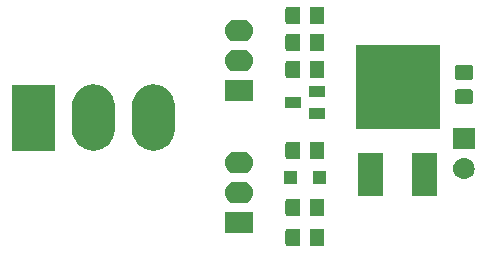
<source format=gbr>
G04 #@! TF.GenerationSoftware,KiCad,Pcbnew,(5.1.2)-2*
G04 #@! TF.CreationDate,2019-11-06T08:40:08+07:00*
G04 #@! TF.ProjectId,ph_vresistor_pos_sensor_board_hw,70685f76-7265-4736-9973-746f725f706f,rev?*
G04 #@! TF.SameCoordinates,Original*
G04 #@! TF.FileFunction,Soldermask,Top*
G04 #@! TF.FilePolarity,Negative*
%FSLAX46Y46*%
G04 Gerber Fmt 4.6, Leading zero omitted, Abs format (unit mm)*
G04 Created by KiCad (PCBNEW (5.1.2)-2) date 2019-11-06 08:40:08*
%MOMM*%
%LPD*%
G04 APERTURE LIST*
%ADD10C,0.100000*%
G04 APERTURE END LIST*
D10*
G36*
X111470674Y-92217465D02*
G01*
X111508367Y-92228899D01*
X111543103Y-92247466D01*
X111573548Y-92272452D01*
X111598534Y-92302897D01*
X111617101Y-92337633D01*
X111628535Y-92375326D01*
X111633000Y-92420661D01*
X111633000Y-93507339D01*
X111628535Y-93552674D01*
X111617101Y-93590367D01*
X111598534Y-93625103D01*
X111573548Y-93655548D01*
X111543103Y-93680534D01*
X111508367Y-93699101D01*
X111470674Y-93710535D01*
X111425339Y-93715000D01*
X110588661Y-93715000D01*
X110543326Y-93710535D01*
X110505633Y-93699101D01*
X110470897Y-93680534D01*
X110440452Y-93655548D01*
X110415466Y-93625103D01*
X110396899Y-93590367D01*
X110385465Y-93552674D01*
X110381000Y-93507339D01*
X110381000Y-92420661D01*
X110385465Y-92375326D01*
X110396899Y-92337633D01*
X110415466Y-92302897D01*
X110440452Y-92272452D01*
X110470897Y-92247466D01*
X110505633Y-92228899D01*
X110543326Y-92217465D01*
X110588661Y-92213000D01*
X111425339Y-92213000D01*
X111470674Y-92217465D01*
X111470674Y-92217465D01*
G37*
G36*
X109420674Y-92217465D02*
G01*
X109458367Y-92228899D01*
X109493103Y-92247466D01*
X109523548Y-92272452D01*
X109548534Y-92302897D01*
X109567101Y-92337633D01*
X109578535Y-92375326D01*
X109583000Y-92420661D01*
X109583000Y-93507339D01*
X109578535Y-93552674D01*
X109567101Y-93590367D01*
X109548534Y-93625103D01*
X109523548Y-93655548D01*
X109493103Y-93680534D01*
X109458367Y-93699101D01*
X109420674Y-93710535D01*
X109375339Y-93715000D01*
X108538661Y-93715000D01*
X108493326Y-93710535D01*
X108455633Y-93699101D01*
X108420897Y-93680534D01*
X108390452Y-93655548D01*
X108365466Y-93625103D01*
X108346899Y-93590367D01*
X108335465Y-93552674D01*
X108331000Y-93507339D01*
X108331000Y-92420661D01*
X108335465Y-92375326D01*
X108346899Y-92337633D01*
X108365466Y-92302897D01*
X108390452Y-92272452D01*
X108420897Y-92247466D01*
X108455633Y-92228899D01*
X108493326Y-92217465D01*
X108538661Y-92213000D01*
X109375339Y-92213000D01*
X109420674Y-92217465D01*
X109420674Y-92217465D01*
G37*
G36*
X105595000Y-92557000D02*
G01*
X103193000Y-92557000D01*
X103193000Y-90831000D01*
X105595000Y-90831000D01*
X105595000Y-92557000D01*
X105595000Y-92557000D01*
G37*
G36*
X111470674Y-89677465D02*
G01*
X111508367Y-89688899D01*
X111543103Y-89707466D01*
X111573548Y-89732452D01*
X111598534Y-89762897D01*
X111617101Y-89797633D01*
X111628535Y-89835326D01*
X111633000Y-89880661D01*
X111633000Y-90967339D01*
X111628535Y-91012674D01*
X111617101Y-91050367D01*
X111598534Y-91085103D01*
X111573548Y-91115548D01*
X111543103Y-91140534D01*
X111508367Y-91159101D01*
X111470674Y-91170535D01*
X111425339Y-91175000D01*
X110588661Y-91175000D01*
X110543326Y-91170535D01*
X110505633Y-91159101D01*
X110470897Y-91140534D01*
X110440452Y-91115548D01*
X110415466Y-91085103D01*
X110396899Y-91050367D01*
X110385465Y-91012674D01*
X110381000Y-90967339D01*
X110381000Y-89880661D01*
X110385465Y-89835326D01*
X110396899Y-89797633D01*
X110415466Y-89762897D01*
X110440452Y-89732452D01*
X110470897Y-89707466D01*
X110505633Y-89688899D01*
X110543326Y-89677465D01*
X110588661Y-89673000D01*
X111425339Y-89673000D01*
X111470674Y-89677465D01*
X111470674Y-89677465D01*
G37*
G36*
X109420674Y-89677465D02*
G01*
X109458367Y-89688899D01*
X109493103Y-89707466D01*
X109523548Y-89732452D01*
X109548534Y-89762897D01*
X109567101Y-89797633D01*
X109578535Y-89835326D01*
X109583000Y-89880661D01*
X109583000Y-90967339D01*
X109578535Y-91012674D01*
X109567101Y-91050367D01*
X109548534Y-91085103D01*
X109523548Y-91115548D01*
X109493103Y-91140534D01*
X109458367Y-91159101D01*
X109420674Y-91170535D01*
X109375339Y-91175000D01*
X108538661Y-91175000D01*
X108493326Y-91170535D01*
X108455633Y-91159101D01*
X108420897Y-91140534D01*
X108390452Y-91115548D01*
X108365466Y-91085103D01*
X108346899Y-91050367D01*
X108335465Y-91012674D01*
X108331000Y-90967339D01*
X108331000Y-89880661D01*
X108335465Y-89835326D01*
X108346899Y-89797633D01*
X108365466Y-89762897D01*
X108390452Y-89732452D01*
X108420897Y-89707466D01*
X108455633Y-89688899D01*
X108493326Y-89677465D01*
X108538661Y-89673000D01*
X109375339Y-89673000D01*
X109420674Y-89677465D01*
X109420674Y-89677465D01*
G37*
G36*
X104860977Y-88254210D02*
G01*
X105033081Y-88306417D01*
X105191690Y-88391196D01*
X105330712Y-88505288D01*
X105444804Y-88644310D01*
X105529583Y-88802919D01*
X105581790Y-88975023D01*
X105599417Y-89154000D01*
X105581790Y-89332977D01*
X105529583Y-89505081D01*
X105444804Y-89663690D01*
X105330712Y-89802712D01*
X105191690Y-89916804D01*
X105033081Y-90001583D01*
X104860977Y-90053790D01*
X104726850Y-90067000D01*
X104061150Y-90067000D01*
X103927023Y-90053790D01*
X103754919Y-90001583D01*
X103596310Y-89916804D01*
X103457288Y-89802712D01*
X103343196Y-89663690D01*
X103258417Y-89505081D01*
X103206210Y-89332977D01*
X103188583Y-89154000D01*
X103206210Y-88975023D01*
X103258417Y-88802919D01*
X103343196Y-88644310D01*
X103457288Y-88505288D01*
X103596310Y-88391196D01*
X103754919Y-88306417D01*
X103927023Y-88254210D01*
X104061150Y-88241000D01*
X104726850Y-88241000D01*
X104860977Y-88254210D01*
X104860977Y-88254210D01*
G37*
G36*
X121187000Y-89434000D02*
G01*
X119085000Y-89434000D01*
X119085000Y-85832000D01*
X121187000Y-85832000D01*
X121187000Y-89434000D01*
X121187000Y-89434000D01*
G37*
G36*
X116607000Y-89434000D02*
G01*
X114505000Y-89434000D01*
X114505000Y-85832000D01*
X116607000Y-85832000D01*
X116607000Y-89434000D01*
X116607000Y-89434000D01*
G37*
G36*
X111783000Y-88435000D02*
G01*
X110681000Y-88435000D01*
X110681000Y-87333000D01*
X111783000Y-87333000D01*
X111783000Y-88435000D01*
X111783000Y-88435000D01*
G37*
G36*
X109283000Y-88435000D02*
G01*
X108181000Y-88435000D01*
X108181000Y-87333000D01*
X109283000Y-87333000D01*
X109283000Y-88435000D01*
X109283000Y-88435000D01*
G37*
G36*
X123554443Y-86227519D02*
G01*
X123620627Y-86234037D01*
X123790466Y-86285557D01*
X123946991Y-86369222D01*
X123982729Y-86398552D01*
X124084186Y-86481814D01*
X124167448Y-86583271D01*
X124196778Y-86619009D01*
X124280443Y-86775534D01*
X124331963Y-86945373D01*
X124349359Y-87122000D01*
X124331963Y-87298627D01*
X124280443Y-87468466D01*
X124196778Y-87624991D01*
X124167448Y-87660729D01*
X124084186Y-87762186D01*
X123982729Y-87845448D01*
X123946991Y-87874778D01*
X123790466Y-87958443D01*
X123620627Y-88009963D01*
X123554443Y-88016481D01*
X123488260Y-88023000D01*
X123399740Y-88023000D01*
X123333557Y-88016481D01*
X123267373Y-88009963D01*
X123097534Y-87958443D01*
X122941009Y-87874778D01*
X122905271Y-87845448D01*
X122803814Y-87762186D01*
X122720552Y-87660729D01*
X122691222Y-87624991D01*
X122607557Y-87468466D01*
X122556037Y-87298627D01*
X122538641Y-87122000D01*
X122556037Y-86945373D01*
X122607557Y-86775534D01*
X122691222Y-86619009D01*
X122720552Y-86583271D01*
X122803814Y-86481814D01*
X122905271Y-86398552D01*
X122941009Y-86369222D01*
X123097534Y-86285557D01*
X123267373Y-86234037D01*
X123333557Y-86227519D01*
X123399740Y-86221000D01*
X123488260Y-86221000D01*
X123554443Y-86227519D01*
X123554443Y-86227519D01*
G37*
G36*
X104860977Y-85714210D02*
G01*
X105033081Y-85766417D01*
X105191690Y-85851196D01*
X105330712Y-85965288D01*
X105444804Y-86104310D01*
X105529583Y-86262919D01*
X105581790Y-86435023D01*
X105599417Y-86614000D01*
X105581790Y-86792977D01*
X105529583Y-86965081D01*
X105444804Y-87123690D01*
X105330712Y-87262712D01*
X105191690Y-87376804D01*
X105033081Y-87461583D01*
X104860977Y-87513790D01*
X104726850Y-87527000D01*
X104061150Y-87527000D01*
X103927023Y-87513790D01*
X103754919Y-87461583D01*
X103596310Y-87376804D01*
X103457288Y-87262712D01*
X103343196Y-87123690D01*
X103258417Y-86965081D01*
X103206210Y-86792977D01*
X103188583Y-86614000D01*
X103206210Y-86435023D01*
X103258417Y-86262919D01*
X103343196Y-86104310D01*
X103457288Y-85965288D01*
X103596310Y-85851196D01*
X103754919Y-85766417D01*
X103927023Y-85714210D01*
X104061150Y-85701000D01*
X104726850Y-85701000D01*
X104860977Y-85714210D01*
X104860977Y-85714210D01*
G37*
G36*
X109420674Y-84851465D02*
G01*
X109458367Y-84862899D01*
X109493103Y-84881466D01*
X109523548Y-84906452D01*
X109548534Y-84936897D01*
X109567101Y-84971633D01*
X109578535Y-85009326D01*
X109583000Y-85054661D01*
X109583000Y-86141339D01*
X109578535Y-86186674D01*
X109567101Y-86224367D01*
X109548534Y-86259103D01*
X109523548Y-86289548D01*
X109493103Y-86314534D01*
X109458367Y-86333101D01*
X109420674Y-86344535D01*
X109375339Y-86349000D01*
X108538661Y-86349000D01*
X108493326Y-86344535D01*
X108455633Y-86333101D01*
X108420897Y-86314534D01*
X108390452Y-86289548D01*
X108365466Y-86259103D01*
X108346899Y-86224367D01*
X108335465Y-86186674D01*
X108331000Y-86141339D01*
X108331000Y-85054661D01*
X108335465Y-85009326D01*
X108346899Y-84971633D01*
X108365466Y-84936897D01*
X108390452Y-84906452D01*
X108420897Y-84881466D01*
X108455633Y-84862899D01*
X108493326Y-84851465D01*
X108538661Y-84847000D01*
X109375339Y-84847000D01*
X109420674Y-84851465D01*
X109420674Y-84851465D01*
G37*
G36*
X111470674Y-84851465D02*
G01*
X111508367Y-84862899D01*
X111543103Y-84881466D01*
X111573548Y-84906452D01*
X111598534Y-84936897D01*
X111617101Y-84971633D01*
X111628535Y-85009326D01*
X111633000Y-85054661D01*
X111633000Y-86141339D01*
X111628535Y-86186674D01*
X111617101Y-86224367D01*
X111598534Y-86259103D01*
X111573548Y-86289548D01*
X111543103Y-86314534D01*
X111508367Y-86333101D01*
X111470674Y-86344535D01*
X111425339Y-86349000D01*
X110588661Y-86349000D01*
X110543326Y-86344535D01*
X110505633Y-86333101D01*
X110470897Y-86314534D01*
X110440452Y-86289548D01*
X110415466Y-86259103D01*
X110396899Y-86224367D01*
X110385465Y-86186674D01*
X110381000Y-86141339D01*
X110381000Y-85054661D01*
X110385465Y-85009326D01*
X110396899Y-84971633D01*
X110415466Y-84936897D01*
X110440452Y-84906452D01*
X110470897Y-84881466D01*
X110505633Y-84862899D01*
X110543326Y-84851465D01*
X110588661Y-84847000D01*
X111425339Y-84847000D01*
X111470674Y-84851465D01*
X111470674Y-84851465D01*
G37*
G36*
X97508057Y-80041759D02*
G01*
X97847547Y-80144742D01*
X97847549Y-80144743D01*
X98160423Y-80311977D01*
X98434661Y-80537039D01*
X98659723Y-80811278D01*
X98779332Y-81035050D01*
X98826958Y-81124152D01*
X98929941Y-81463642D01*
X98932831Y-81492983D01*
X98950747Y-81674885D01*
X98956000Y-81728225D01*
X98956000Y-83905175D01*
X98929941Y-84169758D01*
X98826958Y-84509248D01*
X98826957Y-84509250D01*
X98659723Y-84822122D01*
X98434661Y-85096361D01*
X98160422Y-85321423D01*
X97858133Y-85483000D01*
X97847548Y-85488658D01*
X97508058Y-85591641D01*
X97155000Y-85626414D01*
X96801943Y-85591641D01*
X96462453Y-85488658D01*
X96451868Y-85483000D01*
X96149579Y-85321423D01*
X95875340Y-85096361D01*
X95650278Y-84822122D01*
X95483044Y-84509250D01*
X95483043Y-84509248D01*
X95380060Y-84169758D01*
X95354001Y-83905175D01*
X95354000Y-81728226D01*
X95380059Y-81463643D01*
X95483042Y-81124153D01*
X95486762Y-81117193D01*
X95650277Y-80811277D01*
X95875339Y-80537039D01*
X96149578Y-80311977D01*
X96462450Y-80144743D01*
X96462452Y-80144742D01*
X96801942Y-80041759D01*
X97155000Y-80006986D01*
X97508057Y-80041759D01*
X97508057Y-80041759D01*
G37*
G36*
X92428057Y-80041759D02*
G01*
X92767547Y-80144742D01*
X92767549Y-80144743D01*
X93080423Y-80311977D01*
X93354661Y-80537039D01*
X93579723Y-80811278D01*
X93699332Y-81035050D01*
X93746958Y-81124152D01*
X93849941Y-81463642D01*
X93852831Y-81492983D01*
X93870747Y-81674885D01*
X93876000Y-81728225D01*
X93876000Y-83905175D01*
X93849941Y-84169758D01*
X93746958Y-84509248D01*
X93746957Y-84509250D01*
X93579723Y-84822122D01*
X93354661Y-85096361D01*
X93080422Y-85321423D01*
X92778133Y-85483000D01*
X92767548Y-85488658D01*
X92428058Y-85591641D01*
X92075000Y-85626414D01*
X91721943Y-85591641D01*
X91382453Y-85488658D01*
X91371868Y-85483000D01*
X91069579Y-85321423D01*
X90795340Y-85096361D01*
X90570278Y-84822122D01*
X90403044Y-84509250D01*
X90403043Y-84509248D01*
X90300060Y-84169758D01*
X90274001Y-83905175D01*
X90274000Y-81728226D01*
X90300059Y-81463643D01*
X90403042Y-81124153D01*
X90406762Y-81117193D01*
X90570277Y-80811277D01*
X90795339Y-80537039D01*
X91069578Y-80311977D01*
X91382450Y-80144743D01*
X91382452Y-80144742D01*
X91721942Y-80041759D01*
X92075000Y-80006986D01*
X92428057Y-80041759D01*
X92428057Y-80041759D01*
G37*
G36*
X88796000Y-85617700D02*
G01*
X85194000Y-85617700D01*
X85194000Y-80015700D01*
X88796000Y-80015700D01*
X88796000Y-85617700D01*
X88796000Y-85617700D01*
G37*
G36*
X124345000Y-85483000D02*
G01*
X122543000Y-85483000D01*
X122543000Y-83681000D01*
X124345000Y-83681000D01*
X124345000Y-85483000D01*
X124345000Y-85483000D01*
G37*
G36*
X121407000Y-83784000D02*
G01*
X114305000Y-83784000D01*
X114305000Y-76682000D01*
X121407000Y-76682000D01*
X121407000Y-83784000D01*
X121407000Y-83784000D01*
G37*
G36*
X111660760Y-82935050D02*
G01*
X110304760Y-82935050D01*
X110304760Y-82032950D01*
X111660760Y-82032950D01*
X111660760Y-82935050D01*
X111660760Y-82935050D01*
G37*
G36*
X109660000Y-81985050D02*
G01*
X108304000Y-81985050D01*
X108304000Y-81082950D01*
X109660000Y-81082950D01*
X109660000Y-81985050D01*
X109660000Y-81985050D01*
G37*
G36*
X124032674Y-80413465D02*
G01*
X124070367Y-80424899D01*
X124105103Y-80443466D01*
X124135548Y-80468452D01*
X124160534Y-80498897D01*
X124179101Y-80533633D01*
X124190535Y-80571326D01*
X124195000Y-80616661D01*
X124195000Y-81453339D01*
X124190535Y-81498674D01*
X124179101Y-81536367D01*
X124160534Y-81571103D01*
X124135548Y-81601548D01*
X124105103Y-81626534D01*
X124070367Y-81645101D01*
X124032674Y-81656535D01*
X123987339Y-81661000D01*
X122900661Y-81661000D01*
X122855326Y-81656535D01*
X122817633Y-81645101D01*
X122782897Y-81626534D01*
X122752452Y-81601548D01*
X122727466Y-81571103D01*
X122708899Y-81536367D01*
X122697465Y-81498674D01*
X122693000Y-81453339D01*
X122693000Y-80616661D01*
X122697465Y-80571326D01*
X122708899Y-80533633D01*
X122727466Y-80498897D01*
X122752452Y-80468452D01*
X122782897Y-80443466D01*
X122817633Y-80424899D01*
X122855326Y-80413465D01*
X122900661Y-80409000D01*
X123987339Y-80409000D01*
X124032674Y-80413465D01*
X124032674Y-80413465D01*
G37*
G36*
X105595000Y-81381000D02*
G01*
X103193000Y-81381000D01*
X103193000Y-79655000D01*
X105595000Y-79655000D01*
X105595000Y-81381000D01*
X105595000Y-81381000D01*
G37*
G36*
X111660760Y-81035050D02*
G01*
X110304760Y-81035050D01*
X110304760Y-80132950D01*
X111660760Y-80132950D01*
X111660760Y-81035050D01*
X111660760Y-81035050D01*
G37*
G36*
X124032674Y-78363465D02*
G01*
X124070367Y-78374899D01*
X124105103Y-78393466D01*
X124135548Y-78418452D01*
X124160534Y-78448897D01*
X124179101Y-78483633D01*
X124190535Y-78521326D01*
X124195000Y-78566661D01*
X124195000Y-79403339D01*
X124190535Y-79448674D01*
X124179101Y-79486367D01*
X124160534Y-79521103D01*
X124135548Y-79551548D01*
X124105103Y-79576534D01*
X124070367Y-79595101D01*
X124032674Y-79606535D01*
X123987339Y-79611000D01*
X122900661Y-79611000D01*
X122855326Y-79606535D01*
X122817633Y-79595101D01*
X122782897Y-79576534D01*
X122752452Y-79551548D01*
X122727466Y-79521103D01*
X122708899Y-79486367D01*
X122697465Y-79448674D01*
X122693000Y-79403339D01*
X122693000Y-78566661D01*
X122697465Y-78521326D01*
X122708899Y-78483633D01*
X122727466Y-78448897D01*
X122752452Y-78418452D01*
X122782897Y-78393466D01*
X122817633Y-78374899D01*
X122855326Y-78363465D01*
X122900661Y-78359000D01*
X123987339Y-78359000D01*
X124032674Y-78363465D01*
X124032674Y-78363465D01*
G37*
G36*
X111470674Y-77993465D02*
G01*
X111508367Y-78004899D01*
X111543103Y-78023466D01*
X111573548Y-78048452D01*
X111598534Y-78078897D01*
X111617101Y-78113633D01*
X111628535Y-78151326D01*
X111633000Y-78196661D01*
X111633000Y-79283339D01*
X111628535Y-79328674D01*
X111617101Y-79366367D01*
X111598534Y-79401103D01*
X111573548Y-79431548D01*
X111543103Y-79456534D01*
X111508367Y-79475101D01*
X111470674Y-79486535D01*
X111425339Y-79491000D01*
X110588661Y-79491000D01*
X110543326Y-79486535D01*
X110505633Y-79475101D01*
X110470897Y-79456534D01*
X110440452Y-79431548D01*
X110415466Y-79401103D01*
X110396899Y-79366367D01*
X110385465Y-79328674D01*
X110381000Y-79283339D01*
X110381000Y-78196661D01*
X110385465Y-78151326D01*
X110396899Y-78113633D01*
X110415466Y-78078897D01*
X110440452Y-78048452D01*
X110470897Y-78023466D01*
X110505633Y-78004899D01*
X110543326Y-77993465D01*
X110588661Y-77989000D01*
X111425339Y-77989000D01*
X111470674Y-77993465D01*
X111470674Y-77993465D01*
G37*
G36*
X109420674Y-77993465D02*
G01*
X109458367Y-78004899D01*
X109493103Y-78023466D01*
X109523548Y-78048452D01*
X109548534Y-78078897D01*
X109567101Y-78113633D01*
X109578535Y-78151326D01*
X109583000Y-78196661D01*
X109583000Y-79283339D01*
X109578535Y-79328674D01*
X109567101Y-79366367D01*
X109548534Y-79401103D01*
X109523548Y-79431548D01*
X109493103Y-79456534D01*
X109458367Y-79475101D01*
X109420674Y-79486535D01*
X109375339Y-79491000D01*
X108538661Y-79491000D01*
X108493326Y-79486535D01*
X108455633Y-79475101D01*
X108420897Y-79456534D01*
X108390452Y-79431548D01*
X108365466Y-79401103D01*
X108346899Y-79366367D01*
X108335465Y-79328674D01*
X108331000Y-79283339D01*
X108331000Y-78196661D01*
X108335465Y-78151326D01*
X108346899Y-78113633D01*
X108365466Y-78078897D01*
X108390452Y-78048452D01*
X108420897Y-78023466D01*
X108455633Y-78004899D01*
X108493326Y-77993465D01*
X108538661Y-77989000D01*
X109375339Y-77989000D01*
X109420674Y-77993465D01*
X109420674Y-77993465D01*
G37*
G36*
X104860977Y-77078210D02*
G01*
X105033081Y-77130417D01*
X105191690Y-77215196D01*
X105330712Y-77329288D01*
X105444804Y-77468310D01*
X105529583Y-77626919D01*
X105581790Y-77799023D01*
X105599417Y-77978000D01*
X105581790Y-78156977D01*
X105529583Y-78329081D01*
X105444804Y-78487690D01*
X105330712Y-78626712D01*
X105191690Y-78740804D01*
X105033081Y-78825583D01*
X104860977Y-78877790D01*
X104726850Y-78891000D01*
X104061150Y-78891000D01*
X103927023Y-78877790D01*
X103754919Y-78825583D01*
X103596310Y-78740804D01*
X103457288Y-78626712D01*
X103343196Y-78487690D01*
X103258417Y-78329081D01*
X103206210Y-78156977D01*
X103188583Y-77978000D01*
X103206210Y-77799023D01*
X103258417Y-77626919D01*
X103343196Y-77468310D01*
X103457288Y-77329288D01*
X103596310Y-77215196D01*
X103754919Y-77130417D01*
X103927023Y-77078210D01*
X104061150Y-77065000D01*
X104726850Y-77065000D01*
X104860977Y-77078210D01*
X104860977Y-77078210D01*
G37*
G36*
X111470674Y-75707465D02*
G01*
X111508367Y-75718899D01*
X111543103Y-75737466D01*
X111573548Y-75762452D01*
X111598534Y-75792897D01*
X111617101Y-75827633D01*
X111628535Y-75865326D01*
X111633000Y-75910661D01*
X111633000Y-76997339D01*
X111628535Y-77042674D01*
X111617101Y-77080367D01*
X111598534Y-77115103D01*
X111573548Y-77145548D01*
X111543103Y-77170534D01*
X111508367Y-77189101D01*
X111470674Y-77200535D01*
X111425339Y-77205000D01*
X110588661Y-77205000D01*
X110543326Y-77200535D01*
X110505633Y-77189101D01*
X110470897Y-77170534D01*
X110440452Y-77145548D01*
X110415466Y-77115103D01*
X110396899Y-77080367D01*
X110385465Y-77042674D01*
X110381000Y-76997339D01*
X110381000Y-75910661D01*
X110385465Y-75865326D01*
X110396899Y-75827633D01*
X110415466Y-75792897D01*
X110440452Y-75762452D01*
X110470897Y-75737466D01*
X110505633Y-75718899D01*
X110543326Y-75707465D01*
X110588661Y-75703000D01*
X111425339Y-75703000D01*
X111470674Y-75707465D01*
X111470674Y-75707465D01*
G37*
G36*
X109420674Y-75707465D02*
G01*
X109458367Y-75718899D01*
X109493103Y-75737466D01*
X109523548Y-75762452D01*
X109548534Y-75792897D01*
X109567101Y-75827633D01*
X109578535Y-75865326D01*
X109583000Y-75910661D01*
X109583000Y-76997339D01*
X109578535Y-77042674D01*
X109567101Y-77080367D01*
X109548534Y-77115103D01*
X109523548Y-77145548D01*
X109493103Y-77170534D01*
X109458367Y-77189101D01*
X109420674Y-77200535D01*
X109375339Y-77205000D01*
X108538661Y-77205000D01*
X108493326Y-77200535D01*
X108455633Y-77189101D01*
X108420897Y-77170534D01*
X108390452Y-77145548D01*
X108365466Y-77115103D01*
X108346899Y-77080367D01*
X108335465Y-77042674D01*
X108331000Y-76997339D01*
X108331000Y-75910661D01*
X108335465Y-75865326D01*
X108346899Y-75827633D01*
X108365466Y-75792897D01*
X108390452Y-75762452D01*
X108420897Y-75737466D01*
X108455633Y-75718899D01*
X108493326Y-75707465D01*
X108538661Y-75703000D01*
X109375339Y-75703000D01*
X109420674Y-75707465D01*
X109420674Y-75707465D01*
G37*
G36*
X104860977Y-74538210D02*
G01*
X105033081Y-74590417D01*
X105191690Y-74675196D01*
X105330712Y-74789288D01*
X105444804Y-74928310D01*
X105529583Y-75086919D01*
X105581790Y-75259023D01*
X105599417Y-75438000D01*
X105581790Y-75616977D01*
X105529583Y-75789081D01*
X105444804Y-75947690D01*
X105330712Y-76086712D01*
X105191690Y-76200804D01*
X105033081Y-76285583D01*
X104860977Y-76337790D01*
X104726850Y-76351000D01*
X104061150Y-76351000D01*
X103927023Y-76337790D01*
X103754919Y-76285583D01*
X103596310Y-76200804D01*
X103457288Y-76086712D01*
X103343196Y-75947690D01*
X103258417Y-75789081D01*
X103206210Y-75616977D01*
X103188583Y-75438000D01*
X103206210Y-75259023D01*
X103258417Y-75086919D01*
X103343196Y-74928310D01*
X103457288Y-74789288D01*
X103596310Y-74675196D01*
X103754919Y-74590417D01*
X103927023Y-74538210D01*
X104061150Y-74525000D01*
X104726850Y-74525000D01*
X104860977Y-74538210D01*
X104860977Y-74538210D01*
G37*
G36*
X109420674Y-73421465D02*
G01*
X109458367Y-73432899D01*
X109493103Y-73451466D01*
X109523548Y-73476452D01*
X109548534Y-73506897D01*
X109567101Y-73541633D01*
X109578535Y-73579326D01*
X109583000Y-73624661D01*
X109583000Y-74711339D01*
X109578535Y-74756674D01*
X109567101Y-74794367D01*
X109548534Y-74829103D01*
X109523548Y-74859548D01*
X109493103Y-74884534D01*
X109458367Y-74903101D01*
X109420674Y-74914535D01*
X109375339Y-74919000D01*
X108538661Y-74919000D01*
X108493326Y-74914535D01*
X108455633Y-74903101D01*
X108420897Y-74884534D01*
X108390452Y-74859548D01*
X108365466Y-74829103D01*
X108346899Y-74794367D01*
X108335465Y-74756674D01*
X108331000Y-74711339D01*
X108331000Y-73624661D01*
X108335465Y-73579326D01*
X108346899Y-73541633D01*
X108365466Y-73506897D01*
X108390452Y-73476452D01*
X108420897Y-73451466D01*
X108455633Y-73432899D01*
X108493326Y-73421465D01*
X108538661Y-73417000D01*
X109375339Y-73417000D01*
X109420674Y-73421465D01*
X109420674Y-73421465D01*
G37*
G36*
X111470674Y-73421465D02*
G01*
X111508367Y-73432899D01*
X111543103Y-73451466D01*
X111573548Y-73476452D01*
X111598534Y-73506897D01*
X111617101Y-73541633D01*
X111628535Y-73579326D01*
X111633000Y-73624661D01*
X111633000Y-74711339D01*
X111628535Y-74756674D01*
X111617101Y-74794367D01*
X111598534Y-74829103D01*
X111573548Y-74859548D01*
X111543103Y-74884534D01*
X111508367Y-74903101D01*
X111470674Y-74914535D01*
X111425339Y-74919000D01*
X110588661Y-74919000D01*
X110543326Y-74914535D01*
X110505633Y-74903101D01*
X110470897Y-74884534D01*
X110440452Y-74859548D01*
X110415466Y-74829103D01*
X110396899Y-74794367D01*
X110385465Y-74756674D01*
X110381000Y-74711339D01*
X110381000Y-73624661D01*
X110385465Y-73579326D01*
X110396899Y-73541633D01*
X110415466Y-73506897D01*
X110440452Y-73476452D01*
X110470897Y-73451466D01*
X110505633Y-73432899D01*
X110543326Y-73421465D01*
X110588661Y-73417000D01*
X111425339Y-73417000D01*
X111470674Y-73421465D01*
X111470674Y-73421465D01*
G37*
M02*

</source>
